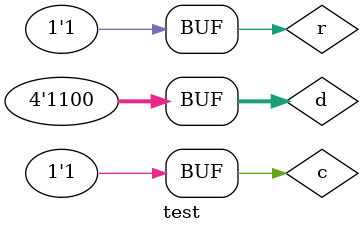
<source format=sv>
`timescale 1 ns / 1 ns

module test;
    reg  [3:0] d;
    reg  c, r;
    wire [3:0] q;
    flop UUT (.d(d),.c(c), .q(q), .r(r));
    initial
      begin
        $dumpfile("waveforms.vcd");
        $dumpvars(0,test);
      end
    initial
        begin
            d = 4'b1111;
            c = 0;
            r = 0;
            #100;
            c = 1;
            #100;
            d = 4'b1100;
            #100;
            c = 0;
            #100;
            c = 1;
            r = 1;
            #100;



        end

    initial
        begin
            $display("d q c r");
            $monitor("%b %b %b", d, q, c, r);
        end
endmodule
</source>
